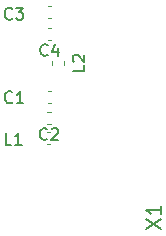
<source format=gto>
G04 #@! TF.GenerationSoftware,KiCad,Pcbnew,(6.0.11)*
G04 #@! TF.CreationDate,2023-07-13T18:19:01+02:00*
G04 #@! TF.ProjectId,quakesr_large01,7175616b-6573-4725-9f6c-617267653031,rev?*
G04 #@! TF.SameCoordinates,Original*
G04 #@! TF.FileFunction,Legend,Top*
G04 #@! TF.FilePolarity,Positive*
%FSLAX46Y46*%
G04 Gerber Fmt 4.6, Leading zero omitted, Abs format (unit mm)*
G04 Created by KiCad (PCBNEW (6.0.11)) date 2023-07-13 18:19:01*
%MOMM*%
%LPD*%
G01*
G04 APERTURE LIST*
%ADD10C,0.150000*%
%ADD11C,0.120000*%
G04 APERTURE END LIST*
D10*
G04 #@! TO.C,C4*
X144533333Y-112487142D02*
X144485714Y-112534761D01*
X144342857Y-112582380D01*
X144247619Y-112582380D01*
X144104761Y-112534761D01*
X144009523Y-112439523D01*
X143961904Y-112344285D01*
X143914285Y-112153809D01*
X143914285Y-112010952D01*
X143961904Y-111820476D01*
X144009523Y-111725238D01*
X144104761Y-111630000D01*
X144247619Y-111582380D01*
X144342857Y-111582380D01*
X144485714Y-111630000D01*
X144533333Y-111677619D01*
X145390476Y-111915714D02*
X145390476Y-112582380D01*
X145152380Y-111534761D02*
X144914285Y-112249047D01*
X145533333Y-112249047D01*
G04 #@! TO.C,C2*
X144483333Y-119587142D02*
X144435714Y-119634761D01*
X144292857Y-119682380D01*
X144197619Y-119682380D01*
X144054761Y-119634761D01*
X143959523Y-119539523D01*
X143911904Y-119444285D01*
X143864285Y-119253809D01*
X143864285Y-119110952D01*
X143911904Y-118920476D01*
X143959523Y-118825238D01*
X144054761Y-118730000D01*
X144197619Y-118682380D01*
X144292857Y-118682380D01*
X144435714Y-118730000D01*
X144483333Y-118777619D01*
X144864285Y-118777619D02*
X144911904Y-118730000D01*
X145007142Y-118682380D01*
X145245238Y-118682380D01*
X145340476Y-118730000D01*
X145388095Y-118777619D01*
X145435714Y-118872857D01*
X145435714Y-118968095D01*
X145388095Y-119110952D01*
X144816666Y-119682380D01*
X145435714Y-119682380D01*
G04 #@! TO.C,C3*
X141533333Y-109407142D02*
X141485714Y-109454761D01*
X141342857Y-109502380D01*
X141247619Y-109502380D01*
X141104761Y-109454761D01*
X141009523Y-109359523D01*
X140961904Y-109264285D01*
X140914285Y-109073809D01*
X140914285Y-108930952D01*
X140961904Y-108740476D01*
X141009523Y-108645238D01*
X141104761Y-108550000D01*
X141247619Y-108502380D01*
X141342857Y-108502380D01*
X141485714Y-108550000D01*
X141533333Y-108597619D01*
X141866666Y-108502380D02*
X142485714Y-108502380D01*
X142152380Y-108883333D01*
X142295238Y-108883333D01*
X142390476Y-108930952D01*
X142438095Y-108978571D01*
X142485714Y-109073809D01*
X142485714Y-109311904D01*
X142438095Y-109407142D01*
X142390476Y-109454761D01*
X142295238Y-109502380D01*
X142009523Y-109502380D01*
X141914285Y-109454761D01*
X141866666Y-109407142D01*
G04 #@! TO.C,C1*
X141533333Y-116482142D02*
X141485714Y-116529761D01*
X141342857Y-116577380D01*
X141247619Y-116577380D01*
X141104761Y-116529761D01*
X141009523Y-116434523D01*
X140961904Y-116339285D01*
X140914285Y-116148809D01*
X140914285Y-116005952D01*
X140961904Y-115815476D01*
X141009523Y-115720238D01*
X141104761Y-115625000D01*
X141247619Y-115577380D01*
X141342857Y-115577380D01*
X141485714Y-115625000D01*
X141533333Y-115672619D01*
X142485714Y-116577380D02*
X141914285Y-116577380D01*
X142200000Y-116577380D02*
X142200000Y-115577380D01*
X142104761Y-115720238D01*
X142009523Y-115815476D01*
X141914285Y-115863095D01*
G04 #@! TO.C,X1*
X152904523Y-127278095D02*
X154174523Y-126431428D01*
X152904523Y-126431428D02*
X154174523Y-127278095D01*
X154174523Y-125282380D02*
X154174523Y-126008095D01*
X154174523Y-125645238D02*
X152904523Y-125645238D01*
X153085952Y-125766190D01*
X153206904Y-125887142D01*
X153267380Y-126008095D01*
G04 #@! TO.C,L2*
X147652380Y-113354166D02*
X147652380Y-113830357D01*
X146652380Y-113830357D01*
X146747619Y-113068452D02*
X146700000Y-113020833D01*
X146652380Y-112925595D01*
X146652380Y-112687500D01*
X146700000Y-112592261D01*
X146747619Y-112544642D01*
X146842857Y-112497023D01*
X146938095Y-112497023D01*
X147080952Y-112544642D01*
X147652380Y-113116071D01*
X147652380Y-112497023D01*
G04 #@! TO.C,L1*
X141470833Y-120102380D02*
X140994642Y-120102380D01*
X140994642Y-119102380D01*
X142327976Y-120102380D02*
X141756547Y-120102380D01*
X142042261Y-120102380D02*
X142042261Y-119102380D01*
X141947023Y-119245238D01*
X141851785Y-119340476D01*
X141756547Y-119388095D01*
D11*
G04 #@! TO.C,C4*
X144840580Y-110190000D02*
X144559420Y-110190000D01*
X144840580Y-111210000D02*
X144559420Y-111210000D01*
G04 #@! TO.C,C2*
X144790580Y-117290000D02*
X144509420Y-117290000D01*
X144790580Y-118310000D02*
X144509420Y-118310000D01*
G04 #@! TO.C,C3*
X144815580Y-108390000D02*
X144534420Y-108390000D01*
X144815580Y-109410000D02*
X144534420Y-109410000D01*
G04 #@! TO.C,C1*
X144815580Y-115565000D02*
X144534420Y-115565000D01*
X144815580Y-116585000D02*
X144534420Y-116585000D01*
G04 #@! TO.C,L2*
X145960000Y-113350279D02*
X145960000Y-113024721D01*
X144940000Y-113350279D02*
X144940000Y-113024721D01*
G04 #@! TO.C,L1*
X144449721Y-120010000D02*
X144775279Y-120010000D01*
X144449721Y-118990000D02*
X144775279Y-118990000D01*
G04 #@! TD*
M02*

</source>
